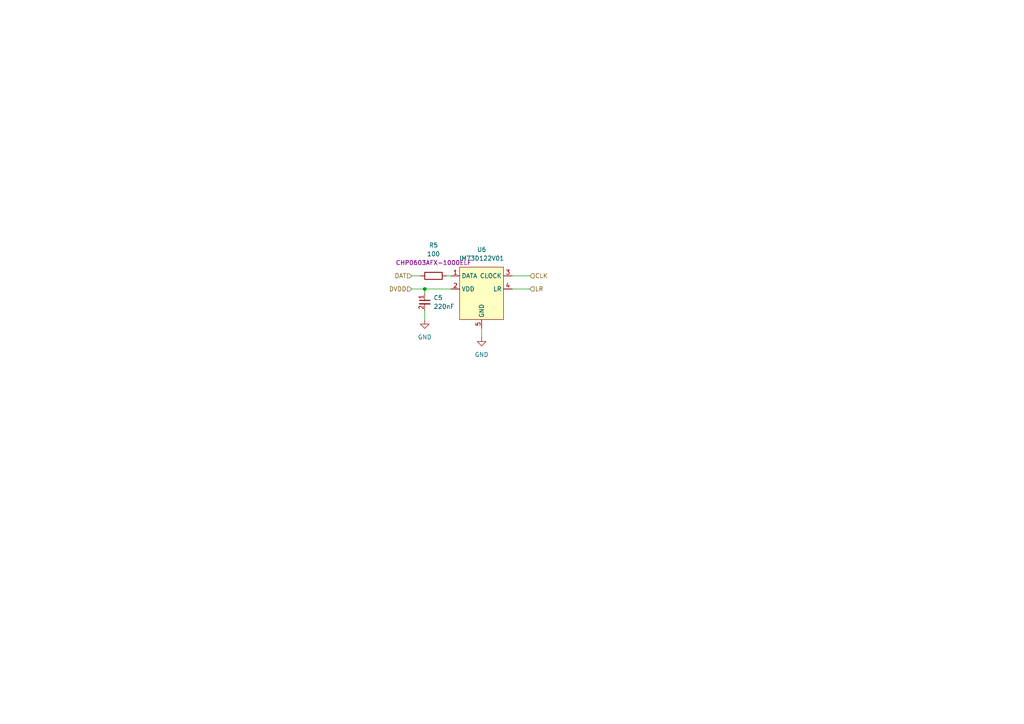
<source format=kicad_sch>
(kicad_sch (version 20250114) (generator "eeschema") (generator_version "9.0")
  (paper "A4")
  (title_block (date "2025-06-14"))
  (lib_symbols
    (symbol "power:GND" (power) (pin_numbers (hide yes)) (pin_names (offset 0) (hide yes))
      (property "Value" "GND" (at 0 -3.81 0))
      (symbol "GND_0_1"
        (polyline (pts (xy 0 0) (xy 0 -1.27) (xy 1.27 -1.27) (xy 0 -2.54) (xy -1.27 -1.27) (xy 0 -1.27)))
      )
      (symbol "GND_1_1"
        (pin power_in line (at 0 0 270) (length 0) (name "~") (number "1"))
      )
    )
    (symbol "recorder:C_220nF" (pin_names (offset 0.254) (hide yes))
      (symbol "C_220nF_0_1"
        (polyline (pts (xy -1.524 0.508) (xy 1.524 0.508)) (stroke (width 0.3048)))
        (polyline (pts (xy -1.524 -0.508) (xy 1.524 -0.508)) (stroke (width 0.3302)))
      )
      (symbol "C_220nF_1_1"
        (pin passive line (at 0 2.54 270) (length 2.032) (name "~") (number "1"))
        (pin passive line (at 0 -2.54 90) (length 2.032) (name "~") (number "2"))
      )
    )
    (symbol "recorder:IM73D122V01"
      (property "Reference" "U" (at 0 10.668 0))
      (property "Value" "IM73D122V01" (at 0 8.89 0))
      (symbol "IM73D122V01_1_1"
        (rectangle (start -6.35 7.62) (end 6.35 -7.62) (fill (type background)))
        (pin output line (at -8.89 5.08 0) (length 2.54) (name "DATA") (number "1"))
        (pin power_in line (at -8.89 1.27 0) (length 2.54) (name "VDD") (number "2"))
        (pin power_in line (at 0 -10.16 90) (length 2.54) (name "GND") (number "5"))
        (pin input line (at 8.89 5.08 180) (length 2.54) (name "CLOCK") (number "3"))
        (pin input line (at 8.89 1.27 180) (length 2.54) (name "LR") (number "4"))
      )
    )
    (symbol "recorder:R_100" (pin_numbers (hide yes)) (pin_names (offset 0))
      (property "Reference" "R" (at 2.032 0 90))
      (property "Value" "100" (at 0 0 90))
      (symbol "R_100_0_1"
        (rectangle (start -1.016 2.54) (end 1.016 -2.54) (stroke (width 0.254)))
      )
      (symbol "R_100_1_1"
        (pin passive line (at 0 3.81 270) (length 1.27) (name "~") (number "1"))
        (pin passive line (at 0 -3.81 90) (length 1.27) (name "~") (number "2"))
      )
    )
  )
  (junction (at 123.19 83.82))
  (wire (pts (xy 123.19 90.17) (xy 123.19 92.71)))
  (wire (pts (xy 148.59 83.82) (xy 153.67 83.82)))
  (wire (pts (xy 119.38 80.01) (xy 121.92 80.01)))
  (wire (pts (xy 123.19 83.82) (xy 130.81 83.82)))
  (wire (pts (xy 148.59 80.01) (xy 153.67 80.01)))
  (wire (pts (xy 123.19 85.09) (xy 123.19 83.82)))
  (wire (pts (xy 139.7 95.25) (xy 139.7 97.79)))
  (wire (pts (xy 119.38 83.82) (xy 123.19 83.82)))
  (wire (pts (xy 129.54 80.01) (xy 130.81 80.01)))
  (hierarchical_label "CLK" (shape input) (at 153.67 80.01 0))
  (hierarchical_label "DVDD" (shape input) (at 119.38 83.82 180))
  (hierarchical_label "DAT" (shape input) (at 119.38 80.01 180))
  (hierarchical_label "LR" (shape input) (at 153.67 83.82 0))
  (symbol (lib_id "recorder:IM73D122V01") (at 139.7 85.09 0) (unit 1)
    (property "Reference" "U1" (at 139.7 72.39 0))
    (property "Value" "IM73D122V01" (at 139.7 74.93 0))
    (property "Footprint" "Library:IM73D122V01" (effects (hide yes)))
    (property "Manufacturer" "Infineon Technologies" (effects (hide yes)))
    (property "MPN" "IM73D122V01XTMA1" (effects (hide yes)))
    (property "Package" "LGA-5" (effects (hide yes)))
    (property "LCSC" "C5563886" (effects (hide yes)))
    (instances (project "recorder" (path "" (reference "U6") (unit 1)) (path "" (reference "U8") (unit 1)) (path "" (reference "U9") (unit 1)) (path "" (reference "U5") (unit 1)) (path "" (reference "U4") (unit 1)) (path "" (reference "U7") (unit 1)) (path "" (reference "U3") (unit 1)) (path "" (reference "U1") (unit 1))))
  )
  (symbol (lib_id "recorder:R_100") (at 125.73 80.01 270) (unit 1)
    (property "Reference" "R1" (at 125.73 71.12 90))
    (property "Value" "100" (at 125.73 73.66 90))
    (property "Footprint" "Library:R_0603_1608Metric" (effects (hide yes)))
    (property "Description" "Resistor" (effects (hide yes)))
    (property "Package" "0603 (1608 Metric)" (effects (hide yes)))
    (property "MPN" "CHP0603AFX-1000ELF" (at 125.73 76.2 90))
    (property "LCSC" "C22775" (effects (hide yes)))
    (instances (project "recorder" (path "" (reference "R5") (unit 1)) (path "" (reference "R7") (unit 1)) (path "" (reference "R8") (unit 1)) (path "" (reference "R4") (unit 1)) (path "" (reference "R3") (unit 1)) (path "" (reference "R6") (unit 1)) (path "" (reference "R2") (unit 1)) (path "" (reference "R1") (unit 1))))
  )
  (symbol (lib_id "power:GND") (at 123.19 92.71 0) (unit 1)
    (property "Reference" "#PWR6" (effects (hide yes)))
    (property "Value" "GND" (at 123.19 97.79 0))
    (property "Description" "Power symbol creates a global label with name \"GND\" , ground" (effects (hide yes)))
    (instances (project "recorder" (path "" (reference "#PWR13") (unit 1)) (path "" (reference "#PWR23") (unit 1)) (path "" (reference "#PWR25") (unit 1)) (path "" (reference "#PWR11") (unit 1)) (path "" (reference "#PWR9") (unit 1)) (path "" (reference "#PWR15") (unit 1)) (path "" (reference "#PWR7") (unit 1)) (path "" (reference "#PWR6") (unit 1))))
  )
  (symbol (lib_id "recorder:C_220nF") (at 123.19 87.63 0) (unit 1)
    (property "Reference" "C1" (at 125.73 86.3662 0) (effects (justify left)))
    (property "Value" "220nF" (at 125.73 88.9062 0) (effects (justify left)))
    (property "Footprint" "Library:C_0603_1608Metric" (effects (hide yes)))
    (property "Description" "Unpolarized capacitor, small symbol" (effects (hide yes)))
    (property "MPN" " 06036C223KAT2A" (effects (hide yes)))
    (property "Package" "0603 (1608 Metric)" (effects (hide yes)))
    (property "LCSC" "C106250" (effects (hide yes)))
    (instances (project "recorder" (path "" (reference "C5") (unit 1)) (path "" (reference "C7") (unit 1)) (path "" (reference "C8") (unit 1)) (path "" (reference "C4") (unit 1)) (path "" (reference "C3") (unit 1)) (path "" (reference "C6") (unit 1)) (path "" (reference "C2") (unit 1)) (path "" (reference "C1") (unit 1))))
  )
  (symbol (lib_id "power:GND") (at 139.7 97.79 0) (unit 1)
    (property "Reference" "#PWR5" (effects (hide yes)))
    (property "Value" "GND" (at 139.7 102.87 0))
    (property "Description" "Power symbol creates a global label with name \"GND\" , ground" (effects (hide yes)))
    (instances (project "recorder" (path "" (reference "#PWR14") (unit 1)) (path "" (reference "#PWR24") (unit 1)) (path "" (reference "#PWR27") (unit 1)) (path "" (reference "#PWR12") (unit 1)) (path "" (reference "#PWR10") (unit 1)) (path "" (reference "#PWR22") (unit 1)) (path "" (reference "#PWR8") (unit 1)) (path "" (reference "#PWR5") (unit 1))))
  )
)
</source>
